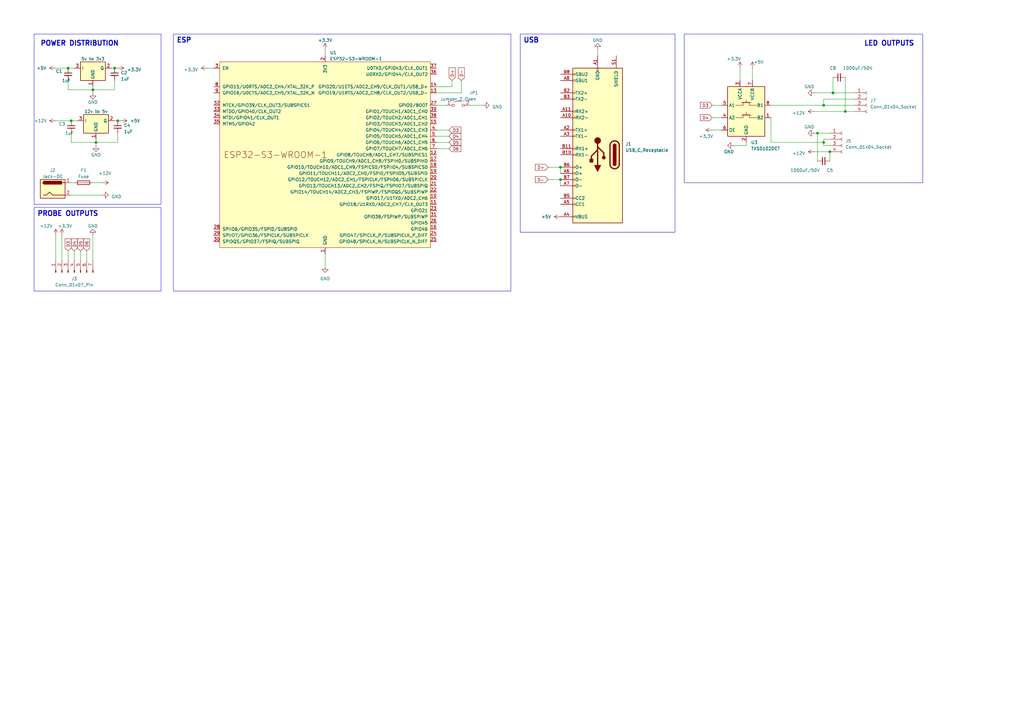
<source format=kicad_sch>
(kicad_sch (version 20230121) (generator eeschema)
  (paper "A3")
  (lib_symbols
    (symbol "Connector:Conn_01x04_Socket" (pin_names (offset 1.016) hide)
      (property "Reference" "J" (at 0 5.08 0))
      (property "Value" "Conn_01x04_Socket" (at 0 -7.62 0))
      (symbol "Conn_01x04_Socket_1_1"
        (arc (start 0 -4.572) (mid -0.5058 -5.08) (end 0 -5.588) (stroke (width 0.1524)))
        (arc (start 0 -2.032) (mid -0.5058 -2.54) (end 0 -3.048) (stroke (width 0.1524)))
        (polyline (pts (xy -1.27 -5.08) (xy -0.508 -5.08)) (stroke (width 0.1524)))
        (polyline (pts (xy -1.27 -2.54) (xy -0.508 -2.54)) (stroke (width 0.1524)))
        (polyline (pts (xy -1.27 0) (xy -0.508 0)) (stroke (width 0.1524)))
        (polyline (pts (xy -1.27 2.54) (xy -0.508 2.54)) (stroke (width 0.1524)))
        (arc (start 0 0.508) (mid -0.5058 0) (end 0 -0.508) (stroke (width 0.1524)))
        (arc (start 0 3.048) (mid -0.5058 2.54) (end 0 2.032) (stroke (width 0.1524)))
        (pin passive line (at -5.08 2.54 0) (length 3.81) (name "Pin_1") (number "1"))
        (pin passive line (at -5.08 0 0) (length 3.81) (name "Pin_2") (number "2"))
        (pin passive line (at -5.08 -2.54 0) (length 3.81) (name "Pin_3") (number "3"))
        (pin passive line (at -5.08 -5.08 0) (length 3.81) (name "Pin_4") (number "4"))
      )
    )
    (symbol "Connector:Conn_01x07_Pin" (pin_names (offset 1.016) hide)
      (property "Reference" "J" (at 0 10.16 0))
      (property "Value" "Conn_01x07_Pin" (at 0 -10.16 0))
      (symbol "Conn_01x07_Pin_1_1"
        (polyline (pts (xy 1.27 -7.62) (xy 0.8636 -7.62)) (stroke (width 0.1524)))
        (polyline (pts (xy 1.27 -5.08) (xy 0.8636 -5.08)) (stroke (width 0.1524)))
        (polyline (pts (xy 1.27 -2.54) (xy 0.8636 -2.54)) (stroke (width 0.1524)))
        (polyline (pts (xy 1.27 0) (xy 0.8636 0)) (stroke (width 0.1524)))
        (polyline (pts (xy 1.27 2.54) (xy 0.8636 2.54)) (stroke (width 0.1524)))
        (polyline (pts (xy 1.27 5.08) (xy 0.8636 5.08)) (stroke (width 0.1524)))
        (polyline (pts (xy 1.27 7.62) (xy 0.8636 7.62)) (stroke (width 0.1524)))
        (rectangle (start 0.8636 -7.493) (end 0 -7.747) (stroke (width 0.1524)) (fill (type outline)))
        (rectangle (start 0.8636 -4.953) (end 0 -5.207) (stroke (width 0.1524)) (fill (type outline)))
        (rectangle (start 0.8636 -2.413) (end 0 -2.667) (stroke (width 0.1524)) (fill (type outline)))
        (rectangle (start 0.8636 0.127) (end 0 -0.127) (stroke (width 0.1524)) (fill (type outline)))
        (rectangle (start 0.8636 2.667) (end 0 2.413) (stroke (width 0.1524)) (fill (type outline)))
        (rectangle (start 0.8636 5.207) (end 0 4.953) (stroke (width 0.1524)) (fill (type outline)))
        (rectangle (start 0.8636 7.747) (end 0 7.493) (stroke (width 0.1524)) (fill (type outline)))
        (pin passive line (at 5.08 7.62 180) (length 3.81) (name "Pin_1") (number "1"))
        (pin passive line (at 5.08 5.08 180) (length 3.81) (name "Pin_2") (number "2"))
        (pin passive line (at 5.08 2.54 180) (length 3.81) (name "Pin_3") (number "3"))
        (pin passive line (at 5.08 0 180) (length 3.81) (name "Pin_4") (number "4"))
        (pin passive line (at 5.08 -2.54 180) (length 3.81) (name "Pin_5") (number "5"))
        (pin passive line (at 5.08 -5.08 180) (length 3.81) (name "Pin_6") (number "6"))
        (pin passive line (at 5.08 -7.62 180) (length 3.81) (name "Pin_7") (number "7"))
      )
    )
    (symbol "Connector:Jack-DC" (pin_names (offset 1.016))
      (property "Reference" "J" (at 0 5.334 0))
      (property "Value" "Jack-DC" (at 0 -5.08 0))
      (symbol "Jack-DC_0_1"
        (rectangle (start -5.08 3.81) (end 5.08 -3.81) (stroke (width 0.254)) (fill (type background)))
        (arc (start -3.302 3.175) (mid -3.9343 2.54) (end -3.302 1.905) (stroke (width 0.254)))
        (arc (start -3.302 3.175) (mid -3.9343 2.54) (end -3.302 1.905) (stroke (width 0.254)) (fill (type outline)))
        (polyline (pts (xy 5.08 2.54) (xy 3.81 2.54)) (stroke (width 0.254)))
        (polyline (pts (xy -3.81 -2.54) (xy -2.54 -2.54) (xy -1.27 -1.27) (xy 0 -2.54) (xy 2.54 -2.54) (xy 5.08 -2.54)) (stroke (width 0.254)))
        (rectangle (start 3.683 3.175) (end -3.302 1.905) (stroke (width 0.254)) (fill (type outline)))
      )
      (symbol "Jack-DC_1_1"
        (pin passive line (at 7.62 2.54 180) (length 2.54) (name "~") (number "1"))
        (pin passive line (at 7.62 -2.54 180) (length 2.54) (name "~") (number "2"))
      )
    )
    (symbol "Connector:USB_C_Receptacle" (pin_names (offset 1.016))
      (property "Reference" "J" (at -10.16 29.21 0))
      (property "Value" "USB_C_Receptacle" (at 10.16 29.21 0))
      (symbol "USB_C_Receptacle_0_0"
        (rectangle (start -0.254 -35.56) (end 0.254 -34.544))
        (rectangle (start 10.16 -32.766) (end 9.144 -33.274))
        (rectangle (start 10.16 -30.226) (end 9.144 -30.734))
        (rectangle (start 10.16 -25.146) (end 9.144 -25.654))
        (rectangle (start 10.16 -22.606) (end 9.144 -23.114))
        (rectangle (start 10.16 -17.526) (end 9.144 -18.034))
        (rectangle (start 10.16 -14.986) (end 9.144 -15.494))
        (rectangle (start 10.16 -9.906) (end 9.144 -10.414))
        (rectangle (start 10.16 -7.366) (end 9.144 -7.874))
        (rectangle (start 10.16 -2.286) (end 9.144 -2.794))
        (rectangle (start 10.16 0.254) (end 9.144 -0.254))
        (rectangle (start 10.16 5.334) (end 9.144 4.826))
        (rectangle (start 10.16 7.874) (end 9.144 7.366))
        (rectangle (start 10.16 10.414) (end 9.144 9.906))
        (rectangle (start 10.16 12.954) (end 9.144 12.446))
        (rectangle (start 10.16 18.034) (end 9.144 17.526))
        (rectangle (start 10.16 20.574) (end 9.144 20.066))
        (rectangle (start 10.16 25.654) (end 9.144 25.146))
      )
      (symbol "USB_C_Receptacle_0_1"
        (rectangle (start -10.16 27.94) (end 10.16 -35.56) (stroke (width 0.254)) (fill (type background)))
        (arc (start -8.89 -3.81) (mid -6.985 -5.7067) (end -5.08 -3.81) (stroke (width 0.508)))
        (arc (start -7.62 -3.81) (mid -6.985 -4.4423) (end -6.35 -3.81) (stroke (width 0.254)))
        (arc (start -7.62 -3.81) (mid -6.985 -4.4423) (end -6.35 -3.81) (stroke (width 0.254)) (fill (type outline)))
        (rectangle (start -7.62 -3.81) (end -6.35 3.81) (stroke (width 0.254)) (fill (type outline)))
        (arc (start -6.35 3.81) (mid -6.985 4.4423) (end -7.62 3.81) (stroke (width 0.254)))
        (arc (start -6.35 3.81) (mid -6.985 4.4423) (end -7.62 3.81) (stroke (width 0.254)) (fill (type outline)))
        (arc (start -5.08 3.81) (mid -6.985 5.7067) (end -8.89 3.81) (stroke (width 0.508)))
        (polyline (pts (xy -8.89 -3.81) (xy -8.89 3.81)) (stroke (width 0.508)))
        (polyline (pts (xy -5.08 3.81) (xy -5.08 -3.81)) (stroke (width 0.508)))
      )
      (symbol "USB_C_Receptacle_1_1"
        (circle (center -2.54 1.143) (radius 0.635) (stroke (width 0.254)) (fill (type outline)))
        (circle (center 0 -5.842) (radius 1.27) (fill (type outline)))
        (polyline (pts (xy 0 -5.842) (xy 0 4.318)) (stroke (width 0.508)))
        (polyline (pts (xy 0 -3.302) (xy -2.54 -0.762) (xy -2.54 0.508)) (stroke (width 0.508)))
        (polyline (pts (xy 0 -2.032) (xy 2.54 0.508) (xy 2.54 1.778)) (stroke (width 0.508)))
        (polyline (pts (xy -1.27 4.318) (xy 0 6.858) (xy 1.27 4.318) (xy -1.27 4.318)) (stroke (width 0.254)) (fill (type outline)))
        (rectangle (start 1.905 1.778) (end 3.175 3.048) (stroke (width 0.254)) (fill (type outline)))
        (pin passive line (at 0 -40.64 90) (length 5.08) (name "GND") (number "A1"))
        (pin bidirectional line (at 15.24 -15.24 180) (length 5.08) (name "RX2-") (number "A10"))
        (pin bidirectional line (at 15.24 -17.78 180) (length 5.08) (name "RX2+") (number "A11"))
        (pin passive line (at 0 -40.64 90) (length 5.08) hide (name "GND") (number "A12"))
        (pin bidirectional line (at 15.24 -10.16 180) (length 5.08) (name "TX1+") (number "A2"))
        (pin bidirectional line (at 15.24 -7.62 180) (length 5.08) (name "TX1-") (number "A3"))
        (pin passive line (at 15.24 25.4 180) (length 5.08) (name "VBUS") (number "A4"))
        (pin bidirectional line (at 15.24 20.32 180) (length 5.08) (name "CC1") (number "A5"))
        (pin bidirectional line (at 15.24 7.62 180) (length 5.08) (name "D+") (number "A6"))
        (pin bidirectional line (at 15.24 12.7 180) (length 5.08) (name "D-") (number "A7"))
        (pin bidirectional line (at 15.24 -30.48 180) (length 5.08) (name "SBU1") (number "A8"))
        (pin passive line (at 15.24 25.4 180) (length 5.08) hide (name "VBUS") (number "A9"))
        (pin passive line (at 0 -40.64 90) (length 5.08) hide (name "GND") (number "B1"))
        (pin bidirectional line (at 15.24 0 180) (length 5.08) (name "RX1-") (number "B10"))
        (pin bidirectional line (at 15.24 -2.54 180) (length 5.08) (name "RX1+") (number "B11"))
        (pin passive line (at 0 -40.64 90) (length 5.08) hide (name "GND") (number "B12"))
        (pin bidirectional line (at 15.24 -25.4 180) (length 5.08) (name "TX2+") (number "B2"))
        (pin bidirectional line (at 15.24 -22.86 180) (length 5.08) (name "TX2-") (number "B3"))
        (pin passive line (at 15.24 25.4 180) (length 5.08) hide (name "VBUS") (number "B4"))
        (pin bidirectional line (at 15.24 17.78 180) (length 5.08) (name "CC2") (number "B5"))
        (pin bidirectional line (at 15.24 5.08 180) (length 5.08) (name "D+") (number "B6"))
        (pin bidirectional line (at 15.24 10.16 180) (length 5.08) (name "D-") (number "B7"))
        (pin bidirectional line (at 15.24 -33.02 180) (length 5.08) (name "SBU2") (number "B8"))
        (pin passive line (at 15.24 25.4 180) (length 5.08) hide (name "VBUS") (number "B9"))
        (pin passive line (at -7.62 -40.64 90) (length 5.08) (name "SHIELD") (number "S1"))
      )
    )
    (symbol "Device:C_Small" (pin_numbers hide) (pin_names (offset 0.254) hide)
      (property "Reference" "C" (at 0.254 1.778 0))
      (property "Value" "C_Small" (at 0.254 -2.032 0))
      (symbol "C_Small_0_1"
        (polyline (pts (xy -1.524 -0.508) (xy 1.524 -0.508)) (stroke (width 0.3302)))
        (polyline (pts (xy -1.524 0.508) (xy 1.524 0.508)) (stroke (width 0.3048)))
      )
      (symbol "C_Small_1_1"
        (pin passive line (at 0 2.54 270) (length 2.032) (name "~") (number "1"))
        (pin passive line (at 0 -2.54 90) (length 2.032) (name "~") (number "2"))
      )
    )
    (symbol "Device:Fuse" (pin_numbers hide) (pin_names (offset 0))
      (property "Reference" "F" (at 2.032 0 90))
      (property "Value" "Fuse" (at -1.905 0 90))
      (symbol "Fuse_0_1"
        (rectangle (start -0.762 -2.54) (end 0.762 2.54) (stroke (width 0.254)))
        (polyline (pts (xy 0 2.54) (xy 0 -2.54)))
      )
      (symbol "Fuse_1_1"
        (pin passive line (at 0 3.81 270) (length 1.27) (name "~") (number "1"))
        (pin passive line (at 0 -3.81 90) (length 1.27) (name "~") (number "2"))
      )
    )
    (symbol "Espressif:ESP32-S3-WROOM-1" (pin_names (offset 1.016))
      (property "Reference" "U" (at -43.18 43.18 0))
      (property "Value" "ESP32-S3-WROOM-1" (at -43.18 40.64 0))
      (symbol "ESP32-S3-WROOM-1_0_0"
        (text "ESP32-S3-WROOM-1" (at -20.32 0 0) (effects (font (size 2.54 2.54))))
        (pin power_in line (at 0 -40.64 90) (length 2.54) (name "GND") (number "1"))
        (pin bidirectional line (at 45.72 -17.78 180) (length 2.54) (name "GPIO17/U1TXD/ADC2_CH6") (number "10"))
        (pin bidirectional line (at 45.72 -20.32 180) (length 2.54) (name "GPIO18/U1RXD/ADC2_CH7/CLK_OUT3") (number "11"))
        (pin bidirectional line (at 45.72 0 180) (length 2.54) (name "GPIO8/TOUCH8/ADC1_CH7/SUBSPICS1") (number "12"))
        (pin bidirectional line (at 45.72 25.4 180) (length 2.54) (name "GPIO19/U1RTS/ADC2_CH8/CLK_OUT2/USB_D-") (number "13"))
        (pin bidirectional line (at 45.72 27.94 180) (length 2.54) (name "GPIO20/U1CTS/ADC2_CH9/CLK_OUT1/USB_D+") (number "14"))
        (pin bidirectional line (at 45.72 12.7 180) (length 2.54) (name "GPIO3/TOUCH3/ADC1_CH2") (number "15"))
        (pin bidirectional line (at 45.72 -30.48 180) (length 2.54) (name "GPIO46") (number "16"))
        (pin bidirectional line (at 45.72 -2.54 180) (length 2.54) (name "GPIO9/TOUCH9/ADC1_CH8/FSPIHD/SUBSPIHD") (number "17"))
        (pin bidirectional line (at 45.72 -5.08 180) (length 2.54) (name "GPIO10/TOUCH10/ADC1_CH9/FSPICS0/FSPIIO4/SUBSPICS0") (number "18"))
        (pin bidirectional line (at 45.72 -7.62 180) (length 2.54) (name "GPIO11/TOUCH11/ADC2_CH0/FSPID/FSPIIO5/SUBSPID") (number "19"))
        (pin power_in line (at 0 40.64 270) (length 2.54) (name "3V3") (number "2"))
        (pin bidirectional line (at 45.72 -10.16 180) (length 2.54) (name "GPIO12/TOUCH12/ADC2_CH1/FSPICLK/FSPIIO6/SUBSPICLK") (number "20"))
        (pin bidirectional line (at 45.72 -12.7 180) (length 2.54) (name "GPIO13/TOUCH13/ADC2_CH2/FSPIQ/FSPIIO7/SUBSPIQ") (number "21"))
        (pin bidirectional line (at 45.72 -15.24 180) (length 2.54) (name "GPIO14/TOUCH14/ADC2_CH3/FSPIWP/FSPIDQS/SUBSPIWP") (number "22"))
        (pin bidirectional line (at 45.72 -22.86 180) (length 2.54) (name "GPIO21") (number "23"))
        (pin bidirectional line (at 45.72 -33.02 180) (length 2.54) (name "GPIO47/SPICLK_P/SUBSPICLK_P_DIFF") (number "24"))
        (pin bidirectional line (at 45.72 -35.56 180) (length 2.54) (name "GPIO48/SPICLK_N/SUBSPICLK_N_DIFF") (number "25"))
        (pin bidirectional line (at 45.72 -27.94 180) (length 2.54) (name "GPIO45") (number "26"))
        (pin bidirectional line (at 45.72 20.32 180) (length 2.54) (name "GPIO0/BOOT") (number "27"))
        (pin bidirectional line (at -45.72 -30.48 0) (length 2.54) (name "SPIIO6/GPIO35/FSPID/SUBSPID") (number "28"))
        (pin bidirectional line (at -45.72 -33.02 0) (length 2.54) (name "SPIIO7/GPIO36/FSPICLK/SUBSPICLK") (number "29"))
        (pin input line (at -45.72 35.56 0) (length 2.54) (name "EN") (number "3"))
        (pin bidirectional line (at -45.72 -35.56 0) (length 2.54) (name "SPIDQS/GPIO37/FSPIQ/SUBSPIQ") (number "30"))
        (pin bidirectional line (at 45.72 -25.4 180) (length 2.54) (name "GPIO38/FSPIWP/SUBSPIWP") (number "31"))
        (pin bidirectional line (at -45.72 20.32 0) (length 2.54) (name "MTCK/GPIO39/CLK_OUT3/SUBSPICS1") (number "32"))
        (pin bidirectional line (at -45.72 17.78 0) (length 2.54) (name "MTDO/GPIO40/CLK_OUT2") (number "33"))
        (pin bidirectional line (at -45.72 15.24 0) (length 2.54) (name "MTDI/GPIO41/CLK_OUT1") (number "34"))
        (pin bidirectional line (at -45.72 12.7 0) (length 2.54) (name "MTMS/GPIO42") (number "35"))
        (pin bidirectional line (at 45.72 33.02 180) (length 2.54) (name "U0RXD/GPIO44/CLK_OUT2") (number "36"))
        (pin bidirectional line (at 45.72 35.56 180) (length 2.54) (name "U0TXD/GPIO43/CLK_OUT1") (number "37"))
        (pin bidirectional line (at 45.72 15.24 180) (length 2.54) (name "GPIO2/TOUCH2/ADC1_CH1") (number "38"))
        (pin bidirectional line (at 45.72 17.78 180) (length 2.54) (name "GPIO1/TOUCH1/ADC1_CH0") (number "39"))
        (pin bidirectional line (at 45.72 10.16 180) (length 2.54) (name "GPIO4/TOUCH4/ADC1_CH3") (number "4"))
        (pin passive line (at 0 -40.64 90) (length 2.54) hide (name "GND") (number "40"))
        (pin passive line (at 0 -40.64 90) (length 2.54) hide (name "GND") (number "41"))
        (pin bidirectional line (at 45.72 7.62 180) (length 2.54) (name "GPIO5/TOUCH5/ADC1_CH4") (number "5"))
        (pin bidirectional line (at 45.72 5.08 180) (length 2.54) (name "GPIO6/TOUCH6/ADC1_CH5") (number "6"))
        (pin bidirectional line (at 45.72 2.54 180) (length 2.54) (name "GPIO7/TOUCH7/ADC1_CH6") (number "7"))
        (pin bidirectional line (at -45.72 27.94 0) (length 2.54) (name "GPIO15/U0RTS/ADC2_CH4/XTAL_32K_P") (number "8"))
        (pin bidirectional line (at -45.72 25.4 0) (length 2.54) (name "GPIO16/U0CTS/ADC2_CH5/XTAL_32K_N") (number "9"))
      )
      (symbol "ESP32-S3-WROOM-1_0_1"
        (rectangle (start -43.18 38.1) (end 43.18 -38.1) (fill (type background)))
      )
    )
    (symbol "Jumper:Jumper_2_Open" (pin_names (offset 0) hide)
      (property "Reference" "JP" (at 0 2.794 0))
      (property "Value" "Jumper_2_Open" (at 0 -2.286 0))
      (symbol "Jumper_2_Open_0_0"
        (circle (center -2.032 0) (radius 0.508))
        (circle (center 2.032 0) (radius 0.508))
      )
      (symbol "Jumper_2_Open_0_1"
        (arc (start 1.524 1.27) (mid 0 1.778) (end -1.524 1.27))
      )
      (symbol "Jumper_2_Open_1_1"
        (pin passive line (at -5.08 0 0) (length 2.54) (name "A") (number "1"))
        (pin passive line (at 5.08 0 180) (length 2.54) (name "B") (number "2"))
      )
    )
    (symbol "Logic_LevelTranslator:TXS0102DCT"
      (property "Reference" "U" (at -6.35 11.43 0))
      (property "Value" "TXS0102DCT" (at 3.81 11.43 0))
      (symbol "TXS0102DCT_0_1"
        (rectangle (start -7.62 10.16) (end 7.62 -10.16) (stroke (width 0.254)) (fill (type background)))
        (polyline (pts (xy -4.318 -2.54) (xy -1.27 -2.54)))
        (polyline (pts (xy -2.032 -1.524) (xy 2.032 -1.524)))
        (polyline (pts (xy -1.524 -1.27) (xy 1.524 -1.27)))
        (polyline (pts (xy -1.27 -2.54) (xy -1.27 -1.524)))
        (polyline (pts (xy 0 -1.27) (xy 0 -0.254)))
        (polyline (pts (xy 1.27 -2.54) (xy 1.27 -1.524)))
        (polyline (pts (xy 4.318 -2.54) (xy 1.27 -2.54)))
      )
      (symbol "TXS0102DCT_1_1"
        (polyline (pts (xy -4.318 2.54) (xy -1.27 2.54)))
        (polyline (pts (xy -2.032 3.556) (xy 2.032 3.556)))
        (polyline (pts (xy -1.524 3.81) (xy 1.524 3.81)))
        (polyline (pts (xy -1.27 2.54) (xy -1.27 3.556)))
        (polyline (pts (xy 0 3.81) (xy 0 4.826)))
        (polyline (pts (xy 1.27 2.54) (xy 1.27 3.556)))
        (polyline (pts (xy 4.318 2.54) (xy 1.27 2.54)))
        (pin bidirectional line (at 10.16 -2.54 180) (length 2.54) (name "B2") (number "1"))
        (pin power_in line (at 0 -12.7 90) (length 2.54) (name "GND") (number "2"))
        (pin power_in line (at -2.54 12.7 270) (length 2.54) (name "VCCA") (number "3"))
        (pin bidirectional line (at -10.16 -2.54 0) (length 2.54) (name "A2") (number "4"))
        (pin bidirectional line (at -10.16 2.54 0) (length 2.54) (name "A1") (number "5"))
        (pin input line (at -10.16 -7.62 0) (length 2.54) (name "OE") (number "6"))
        (pin power_in line (at 2.54 12.7 270) (length 2.54) (name "VCCB") (number "7"))
        (pin bidirectional line (at 10.16 2.54 180) (length 2.54) (name "B1") (number "8"))
      )
    )
    (symbol "Regulator_Linear:IFX27001TFV33"
      (property "Reference" "U" (at 0 6.35 0))
      (property "Value" "IFX27001TFV33" (at 0 3.81 0))
      (symbol "IFX27001TFV33_1_1"
        (rectangle (start -5.08 2.54) (end 5.08 -5.08) (stroke (width 0.254)) (fill (type background)))
        (pin power_in line (at 0 -7.62 90) (length 2.54) (name "GND") (number "1"))
        (pin power_out line (at 7.62 0 180) (length 2.54) (name "Q") (number "2"))
        (pin power_in line (at -7.62 0 0) (length 2.54) (name "I") (number "3"))
      )
    )
    (symbol "power:+12V" (power) (pin_names (offset 0))
      (property "Value" "+12V" (at 0 3.556 0))
      (symbol "+12V_0_1"
        (polyline (pts (xy -0.762 1.27) (xy 0 2.54)))
        (polyline (pts (xy 0 0) (xy 0 2.54)))
        (polyline (pts (xy 0 2.54) (xy 0.762 1.27)))
      )
      (symbol "+12V_1_1"
        (pin power_in line (at 0 0 90) (length 0) hide (name "+12V") (number "1"))
      )
    )
    (symbol "power:+3.3V" (power) (pin_names (offset 0))
      (property "Value" "+3.3V" (at 0 3.556 0))
      (symbol "+3.3V_0_1"
        (polyline (pts (xy -0.762 1.27) (xy 0 2.54)))
        (polyline (pts (xy 0 0) (xy 0 2.54)))
        (polyline (pts (xy 0 2.54) (xy 0.762 1.27)))
      )
      (symbol "+3.3V_1_1"
        (pin power_in line (at 0 0 90) (length 0) hide (name "+3.3V") (number "1"))
      )
    )
    (symbol "power:+5V" (power) (pin_names (offset 0))
      (property "Value" "+5V" (at 0 3.556 0))
      (symbol "+5V_0_1"
        (polyline (pts (xy -0.762 1.27) (xy 0 2.54)))
        (polyline (pts (xy 0 0) (xy 0 2.54)))
        (polyline (pts (xy 0 2.54) (xy 0.762 1.27)))
      )
      (symbol "+5V_1_1"
        (pin power_in line (at 0 0 90) (length 0) hide (name "+5V") (number "1"))
      )
    )
    (symbol "power:GND" (power) (pin_names (offset 0))
      (property "Value" "GND" (at 0 -3.81 0))
      (symbol "GND_0_1"
        (polyline (pts (xy 0 0) (xy 0 -1.27) (xy 1.27 -1.27) (xy 0 -2.54) (xy -1.27 -1.27) (xy 0 -1.27)))
      )
      (symbol "GND_1_1"
        (pin power_in line (at 0 0 270) (length 0) hide (name "GND") (number "1"))
      )
    )
  )
  (junction (at 29.21 49.53))
  (junction (at 337.82 43.18))
  (junction (at 39.37 58.42))
  (junction (at 335.28 54.61))
  (junction (at 340.36 62.23))
  (junction (at 346.71 45.72))
  (junction (at 229.87 68.58))
  (junction (at 337.82 58.42))
  (junction (at 38.1 36.83))
  (junction (at 341.63 38.1))
  (junction (at 27.94 27.94))
  (junction (at 46.99 27.94))
  (junction (at 48.26 49.53))
  (junction (at 229.87 73.66))
  (wire (pts (xy 316.23 58.42) (xy 337.82 58.42)))
  (wire (pts (xy 29.21 54.61) (xy 29.21 58.42)))
  (wire (pts (xy 179.07 60.96) (xy 184.15 60.96)))
  (wire (pts (xy 335.28 66.04) (xy 335.28 54.61)))
  (wire (pts (xy 39.37 57.15) (xy 39.37 58.42)))
  (wire (pts (xy 229.87 68.58) (xy 229.87 71.12)))
  (wire (pts (xy 229.87 73.66) (xy 229.87 76.2)))
  (wire (pts (xy 334.01 54.61) (xy 335.28 54.61)))
  (wire (pts (xy 337.82 59.69) (xy 337.82 58.42)))
  (wire (pts (xy 27.94 102.87) (xy 27.94 106.68)))
  (wire (pts (xy 224.79 73.66) (xy 229.87 73.66)))
  (wire (pts (xy 38.1 96.52) (xy 38.1 106.68)))
  (wire (pts (xy 303.53 27.94) (xy 303.53 33.02)))
  (wire (pts (xy 22.86 27.94) (xy 27.94 27.94)))
  (wire (pts (xy 35.56 102.87) (xy 35.56 106.68)))
  (wire (pts (xy 292.1 43.18) (xy 295.91 43.18)))
  (wire (pts (xy 341.63 31.75) (xy 341.63 38.1)))
  (wire (pts (xy 346.71 45.72) (xy 350.52 45.72)))
  (wire (pts (xy 185.42 33.02) (xy 185.42 35.56)))
  (wire (pts (xy 22.86 96.52) (xy 22.86 106.68)))
  (wire (pts (xy 48.26 49.53) (xy 49.53 49.53)))
  (wire (pts (xy 45.72 27.94) (xy 46.99 27.94)))
  (wire (pts (xy 337.82 58.42) (xy 337.82 57.15)))
  (wire (pts (xy 189.23 38.1) (xy 179.07 38.1)))
  (wire (pts (xy 29.21 58.42) (xy 39.37 58.42)))
  (wire (pts (xy 85.09 27.94) (xy 87.63 27.94)))
  (wire (pts (xy 300.99 59.69) (xy 306.07 59.69)))
  (wire (pts (xy 308.61 27.94) (xy 308.61 33.02)))
  (wire (pts (xy 224.79 68.58) (xy 229.87 68.58)))
  (wire (pts (xy 29.21 49.53) (xy 31.75 49.53)))
  (wire (pts (xy 337.82 40.64) (xy 350.52 40.64)))
  (wire (pts (xy 316.23 48.26) (xy 316.23 58.42)))
  (wire (pts (xy 38.1 36.83) (xy 38.1 38.1)))
  (wire (pts (xy 341.63 38.1) (xy 350.52 38.1)))
  (wire (pts (xy 334.01 62.23) (xy 340.36 62.23)))
  (wire (pts (xy 185.42 35.56) (xy 179.07 35.56)))
  (wire (pts (xy 133.35 20.32) (xy 133.35 22.86)))
  (wire (pts (xy 29.21 80.01) (xy 41.91 80.01)))
  (wire (pts (xy 133.35 104.14) (xy 133.35 109.22)))
  (wire (pts (xy 46.99 36.83) (xy 38.1 36.83)))
  (wire (pts (xy 179.07 53.34) (xy 184.15 53.34)))
  (wire (pts (xy 292.1 48.26) (xy 295.91 48.26)))
  (wire (pts (xy 306.07 59.69) (xy 306.07 58.42)))
  (wire (pts (xy 27.94 36.83) (xy 38.1 36.83)))
  (wire (pts (xy 350.52 43.18) (xy 337.82 43.18)))
  (wire (pts (xy 189.23 33.02) (xy 189.23 38.1)))
  (wire (pts (xy 340.36 59.69) (xy 337.82 59.69)))
  (wire (pts (xy 22.86 49.53) (xy 29.21 49.53)))
  (wire (pts (xy 46.99 27.94) (xy 48.26 27.94)))
  (wire (pts (xy 48.26 54.61) (xy 48.26 58.42)))
  (wire (pts (xy 334.01 38.1) (xy 341.63 38.1)))
  (wire (pts (xy 337.82 43.18) (xy 337.82 40.64)))
  (wire (pts (xy 337.82 57.15) (xy 340.36 57.15)))
  (wire (pts (xy 25.4 96.52) (xy 25.4 106.68)))
  (wire (pts (xy 38.1 35.56) (xy 38.1 36.83)))
  (wire (pts (xy 30.48 102.87) (xy 30.48 106.68)))
  (wire (pts (xy 340.36 66.04) (xy 340.36 62.23)))
  (wire (pts (xy 179.07 55.88) (xy 184.15 55.88)))
  (wire (pts (xy 27.94 33.02) (xy 27.94 36.83)))
  (wire (pts (xy 179.07 43.18) (xy 182.88 43.18)))
  (wire (pts (xy 335.28 54.61) (xy 340.36 54.61)))
  (wire (pts (xy 193.04 43.18) (xy 198.12 43.18)))
  (wire (pts (xy 334.01 45.72) (xy 346.71 45.72)))
  (wire (pts (xy 38.1 74.93) (xy 41.91 74.93)))
  (wire (pts (xy 292.1 53.34) (xy 295.91 53.34)))
  (wire (pts (xy 245.11 20.32) (xy 245.11 22.86)))
  (wire (pts (xy 33.02 102.87) (xy 33.02 106.68)))
  (wire (pts (xy 179.07 58.42) (xy 184.15 58.42)))
  (wire (pts (xy 46.99 33.02) (xy 46.99 36.83)))
  (wire (pts (xy 27.94 27.94) (xy 30.48 27.94)))
  (wire (pts (xy 316.23 43.18) (xy 337.82 43.18)))
  (wire (pts (xy 29.21 74.93) (xy 30.48 74.93)))
  (wire (pts (xy 46.99 49.53) (xy 48.26 49.53)))
  (wire (pts (xy 48.26 58.42) (xy 39.37 58.42)))
  (wire (pts (xy 346.71 31.75) (xy 346.71 45.72)))
  (wire (pts (xy 39.37 58.42) (xy 39.37 59.69)))
  (rectangle (start 280.67 13.97) (end 378.46 74.93))
  (rectangle (start 13.97 13.97) (end 66.04 83.82))
  (rectangle (start 13.97 85.09) (end 66.04 119.38))
  (rectangle (start 71.12 13.97) (end 209.55 119.38))
  (rectangle (start 213.36 13.97) (end 276.86 95.25))
  (text "USB\n" (at 214.63 17.78 0) (effects (font (size 2 2) (thickness 0.4) bold) (justify left bottom)))
  (text "LED OUTPUTS\n" (at 354.33 19.05 0) (effects (font (size 2 2) (thickness 0.4) bold) (justify left bottom)))
  (text "PROBE OUTPUTS" (at 15.24 88.9 0) (effects (font (size 2 2) (thickness 0.4) bold) (justify left bottom)))
  (text "ESP\n" (at 72.39 17.78 0) (effects (font (size 2 2) (thickness 0.4) bold) (justify left bottom)))
  (text "POWER DISTRIBUTION\n" (at 16.51 19.05 0) (effects (font (size 2 2) (thickness 0.4) bold) (justify left bottom)))
  (global_label "D6" (shape input) (at 35.56 102.87 90) (property "Intersheetrefs" "${INTERSHEET_REFS}" (effects hide)))
  (global_label "D5" (shape input) (at 33.02 102.87 90) (property "Intersheetrefs" "${INTERSHEET_REFS}" (effects hide)))
  (global_label "D+" (shape input) (at 185.42 33.02 90) (property "Intersheetrefs" "${INTERSHEET_REFS}" (effects hide)))
  (global_label "D3" (shape input) (at 27.94 102.87 90) (property "Intersheetrefs" "${INTERSHEET_REFS}" (effects hide)))
  (global_label "D3" (shape input) (at 184.15 53.34 0) (property "Intersheetrefs" "${INTERSHEET_REFS}" (effects hide)))
  (global_label "D6" (shape input) (at 184.15 60.96 0) (property "Intersheetrefs" "${INTERSHEET_REFS}" (effects hide)))
  (global_label "D4" (shape input) (at 30.48 102.87 90) (property "Intersheetrefs" "${INTERSHEET_REFS}" (effects hide)))
  (global_label "D-" (shape input) (at 189.23 33.02 90) (property "Intersheetrefs" "${INTERSHEET_REFS}" (effects hide)))
  (global_label "D4" (shape input) (at 184.15 55.88 0) (property "Intersheetrefs" "${INTERSHEET_REFS}" (effects hide)))
  (global_label "D+" (shape input) (at 224.79 68.58 180) (property "Intersheetrefs" "${INTERSHEET_REFS}" (effects hide)))
  (global_label "D3" (shape input) (at 292.1 43.18 180) (property "Intersheetrefs" "${INTERSHEET_REFS}" (effects hide)))
  (global_label "D5" (shape input) (at 184.15 58.42 0) (property "Intersheetrefs" "${INTERSHEET_REFS}" (effects hide)))
  (global_label "D-" (shape input) (at 224.79 73.66 180) (property "Intersheetrefs" "${INTERSHEET_REFS}" (effects hide)))
  (global_label "D4" (shape input) (at 292.1 48.26 180) (property "Intersheetrefs" "${INTERSHEET_REFS}" (effects hide)))
  (symbol (lib_id "power:+12V") (at 22.86 96.52 0) (unit 1)
    (property "Reference" "#PWR015" (effects hide))
    (property "Value" "+12V" (at 21.59 92.71 0) (effects (justify right)))
  )
  (symbol (lib_id "Connector:Jack-DC") (at 21.59 77.47 0) (unit 1)
    (property "Reference" "J2" (at 21.59 69.85 0))
    (property "Value" "Jack-DC" (at 21.59 72.39 0))
  )
  (symbol (lib_id "power:GND") (at 39.37 59.69 0) (unit 1)
    (property "Reference" "#PWR09" (effects hide))
    (property "Value" "GND" (at 39.37 63.5 0))
  )
  (symbol (lib_id "power:GND") (at 245.11 20.32 180) (unit 1)
    (property "Reference" "#PWR04" (effects hide))
    (property "Value" "GND" (at 245.11 16.51 0))
  )
  (symbol (lib_id "power:+5V") (at 22.86 27.94 90) (unit 1)
    (property "Reference" "#PWR018" (effects hide))
    (property "Value" "+5V" (at 19.05 27.94 90) (effects (justify left)))
  )
  (symbol (lib_id "Device:C_Small") (at 46.99 30.48 0) (unit 1)
    (property "Reference" "C2" (at 49.53 29.8513 0) (effects (justify left)))
    (property "Value" "1uF" (at 49.53 32.3913 0) (effects (justify left)))
  )
  (symbol (lib_id "power:+3.3V") (at 303.53 27.94 0) (unit 1)
    (property "Reference" "#PWR026" (effects hide))
    (property "Value" "+3.3V" (at 300.99 24.13 0))
  )
  (symbol (lib_id "power:+5V") (at 229.87 88.9 90) (unit 1)
    (property "Reference" "#PWR011" (effects hide))
    (property "Value" "+5V" (at 226.06 88.9 90) (effects (justify left)))
  )
  (symbol (lib_id "Device:C_Small") (at 344.17 31.75 90) (unit 1)
    (property "Reference" "C8" (at 341.63 27.94 90))
    (property "Value" "1000uF/50V" (at 351.79 27.94 90))
  )
  (symbol (lib_id "Connector:Conn_01x04_Socket") (at 345.44 57.15 0) (unit 1)
    (property "Reference" "J5" (at 346.71 57.785 0) (effects (justify left)))
    (property "Value" "Conn_01x04_Socket" (at 346.71 60.325 0) (effects (justify left)))
  )
  (symbol (lib_id "Device:C_Small") (at 27.94 30.48 0) (unit 1)
    (property "Reference" "C1" (at 22.86 29.21 0) (effects (justify left)))
    (property "Value" "1uF" (at 25.4 33.02 0) (effects (justify left)))
  )
  (symbol (lib_id "power:+12V") (at 22.86 49.53 90) (unit 1)
    (property "Reference" "#PWR03" (effects hide))
    (property "Value" "+12V" (at 13.97 49.53 90) (effects (justify right)))
  )
  (symbol (lib_id "Connector:Conn_01x07_Pin") (at 30.48 111.76 90) (unit 1)
    (property "Reference" "J3" (at 30.48 114.3 90))
    (property "Value" "Conn_01x07_Pin" (at 30.48 116.84 90))
  )
  (symbol (lib_id "power:+12V") (at 334.01 62.23 90) (unit 1)
    (property "Reference" "#PWR031" (effects hide))
    (property "Value" "+12V" (at 330.2 62.865 90) (effects (justify left)))
  )
  (symbol (lib_id "power:+3.3V") (at 25.4 96.52 0) (unit 1)
    (property "Reference" "#PWR017" (effects hide))
    (property "Value" "+3.3V" (at 26.67 92.71 0))
  )
  (symbol (lib_id "power:+12V") (at 41.91 74.93 270) (unit 1)
    (property "Reference" "#PWR013" (effects hide))
    (property "Value" "+12V" (at 45.72 71.12 90) (effects (justify right)))
  )
  (symbol (lib_id "power:GND") (at 133.35 109.22 0) (unit 1)
    (property "Reference" "#PWR05" (effects hide))
    (property "Value" "GND" (at 133.35 114.3 0))
  )
  (symbol (lib_id "Espressif:ESP32-S3-WROOM-1") (at 133.35 63.5 0) (unit 1)
    (property "Reference" "U1" (at 135.3059 21.59 0) (effects (justify left)))
    (property "Value" "ESP32-S3-WROOM-1" (at 135.3059 24.13 0) (effects (justify left)))
    (property "Footprint" "Espressif:ESP32-S3-WROOM-1" (effects hide))
    (property "Datasheet" "https://www.espressif.com/sites/default/files/documentation/esp32-s3-wroom-1_wroom-1u_datasheet_en.pdf" (effects hide))
    (property "shop" "https://www.mouser.ch/ProductDetail/Espressif-Systems/ESP32-S3-WROOM-1-N8?qs=sGAEpiMZZMu3sxpa5v1qrpuLb1YRQvRH486xd1meH8w%3D" (effects hide))
  )
  (symbol (lib_id "power:GND") (at 334.01 54.61 270) (unit 1)
    (property "Reference" "#PWR030" (effects hide))
    (property "Value" "GND" (at 334.01 52.07 90) (effects (justify right)))
  )
  (symbol (lib_id "power:GND") (at 198.12 43.18 90) (unit 1)
    (property "Reference" "#PWR06" (effects hide))
    (property "Value" "GND" (at 201.93 43.815 90) (effects (justify right)))
  )
  (symbol (lib_id "power:+3.3V") (at 85.09 27.94 90) (unit 1)
    (property "Reference" "#PWR01" (effects hide))
    (property "Value" "+3.3V" (at 81.28 28.575 90) (effects (justify left)))
  )
  (symbol (lib_id "power:+3.3V") (at 48.26 27.94 270) (unit 1)
    (property "Reference" "#PWR07" (effects hide))
    (property "Value" "+3.3V" (at 52.07 28.575 90) (effects (justify left)))
  )
  (symbol (lib_id "Device:Fuse") (at 34.29 74.93 90) (unit 1)
    (property "Reference" "F1" (at 34.29 69.85 90))
    (property "Value" "Fuse" (at 34.29 72.39 90))
  )
  (symbol (lib_id "Regulator_Linear:IFX27001TFV33") (at 39.37 49.53 0) (unit 1)
    (property "Reference" "TLV75533PDBVR1" (effects hide))
    (property "Value" "12v to 5v" (at 39.37 45.72 0))
    (property "Footprint" "Package_TO_SOT_SMD:TO-252-3_TabPin2" (effects hide))
    (property "Datasheet" "https://www.ti.com/lit/ds/symlink/tlv755p.pdf?HQS=dis-mous-null-mousermode-dsf-pf-null-wwe&ts=1693140947810&ref_url=https%253A%252F%252Feu.mouser.com%252F" (effects hide))
    (property "shop" "https://www.mouser.ch/ProductDetail/Texas-Instruments/TLV75533PDBVR?qs=sGAEpiMZZMt1hubY80%2Fs8Ncl2sHGlOOHvezMCOdr1JVVYBSOtLKJ3g%3D%3D" (effects hide))
  )
  (symbol (lib_id "Connector:Conn_01x04_Socket") (at 355.6 40.64 0) (unit 1)
    (property "Reference" "J7" (at 356.87 41.275 0) (effects (justify left)))
    (property "Value" "Conn_01x04_Socket" (at 356.87 43.815 0) (effects (justify left)))
  )
  (symbol (lib_id "power:GND") (at 41.91 80.01 90) (unit 1)
    (property "Reference" "#PWR014" (effects hide))
    (property "Value" "GND" (at 45.72 80.645 90) (effects (justify right)))
  )
  (symbol (lib_id "power:+12V") (at 334.01 45.72 90) (unit 1)
    (property "Reference" "#PWR029" (effects hide))
    (property "Value" "+12V" (at 330.2 46.355 90) (effects (justify left)))
  )
  (symbol (lib_id "power:GND") (at 300.99 59.69 270) (unit 1)
    (property "Reference" "#PWR025" (effects hide))
    (property "Value" "GND" (at 300.99 62.23 90) (effects (justify right)))
  )
  (symbol (lib_id "power:+3.3V") (at 133.35 20.32 0) (unit 1)
    (property "Reference" "#PWR02" (effects hide))
    (property "Value" "+3.3V" (at 133.35 16.51 0))
  )
  (symbol (lib_id "Logic_LevelTranslator:TXS0102DCT") (at 306.07 45.72 0) (unit 1)
    (property "Reference" "U3" (at 308.0259 58.42 0) (effects (justify left)))
    (property "Value" "TXS0102DCT" (at 308.0259 60.96 0) (effects (justify left)))
    (property "Footprint" "Package_SO:SSOP-8_2.95x2.8mm_P0.65mm" (effects hide))
    (property "Datasheet" "http://www.ti.com/lit/gpn/txs0102" (effects hide))
  )
  (symbol (lib_id "power:GND") (at 38.1 96.52 180) (unit 1)
    (property "Reference" "#PWR016" (effects hide))
    (property "Value" "GND" (at 38.1 92.71 0))
  )
  (symbol (lib_id "Device:C_Small") (at 48.26 52.07 0) (unit 1)
    (property "Reference" "C4" (at 50.8 51.4413 0) (effects (justify left)))
    (property "Value" "1uF" (at 50.8 53.9813 0) (effects (justify left)))
  )
  (symbol (lib_id "power:+5V") (at 49.53 49.53 270) (unit 1)
    (property "Reference" "#PWR012" (effects hide))
    (property "Value" "+5V" (at 53.34 49.53 90) (effects (justify left)))
  )
  (symbol (lib_id "power:+3.3V") (at 292.1 53.34 90) (unit 1)
    (property "Reference" "#PWR024" (effects hide))
    (property "Value" "+3.3V" (at 289.56 55.88 90))
  )
  (symbol (lib_id "Jumper:Jumper_2_Open") (at 187.96 43.18 0) (unit 1)
    (property "Reference" "JP1" (at 194.31 38.1 0))
    (property "Value" "Jumper_2_Open" (at 187.96 40.64 0))
  )
  (symbol (lib_id "power:+5V") (at 308.61 27.94 0) (unit 1)
    (property "Reference" "#PWR027" (effects hide))
    (property "Value" "+5V" (at 311.15 25.4 0))
  )
  (symbol (lib_id "Regulator_Linear:IFX27001TFV33") (at 38.1 27.94 0) (unit 1)
    (property "Reference" "TLV75533PDBVR" (effects hide))
    (property "Value" "5v to 3v3" (at 38.1 24.13 0))
    (property "Footprint" "Package_TO_SOT_SMD:TO-252-3_TabPin2" (effects hide))
    (property "Datasheet" "https://www.ti.com/lit/ds/symlink/tlv755p.pdf?HQS=dis-mous-null-mousermode-dsf-pf-null-wwe&ts=1693140947810&ref_url=https%253A%252F%252Feu.mouser.com%252F" (effects hide))
    (property "shop" "https://www.mouser.ch/ProductDetail/Texas-Instruments/TLV75533PDBVR?qs=sGAEpiMZZMt1hubY80%2Fs8Ncl2sHGlOOHvezMCOdr1JVVYBSOtLKJ3g%3D%3D" (effects hide))
  )
  (symbol (lib_id "Connector:USB_C_Receptacle") (at 245.11 63.5 180) (unit 1)
    (property "Reference" "J1" (at 256.54 59.055 0) (effects (justify right)))
    (property "Value" "USB_C_Receptacle" (at 256.54 61.595 0) (effects (justify right)))
    (property "Datasheet" "https://www.usb.org/sites/default/files/documents/usb_type-c.zip" (effects hide))
  )
  (symbol (lib_id "power:GND") (at 38.1 38.1 0) (unit 1)
    (property "Reference" "#PWR08" (effects hide))
    (property "Value" "GND" (at 38.1 41.91 0))
  )
  (symbol (lib_id "Device:C_Small") (at 29.21 52.07 0) (unit 1)
    (property "Reference" "C3" (at 24.13 50.8 0) (effects (justify left)))
    (property "Value" "1uF" (at 26.67 54.61 0) (effects (justify left)))
  )
  (symbol (lib_id "power:GND") (at 334.01 38.1 270) (unit 1)
    (property "Reference" "#PWR028" (effects hide))
    (property "Value" "GND" (at 334.01 35.56 90) (effects (justify right)))
  )
  (symbol (lib_id "Device:C_Small") (at 337.82 66.04 270) (unit 1)
    (property "Reference" "C5" (at 340.36 69.85 90))
    (property "Value" "1000uF/50V" (at 330.2 69.85 90))
  )
)
</source>
